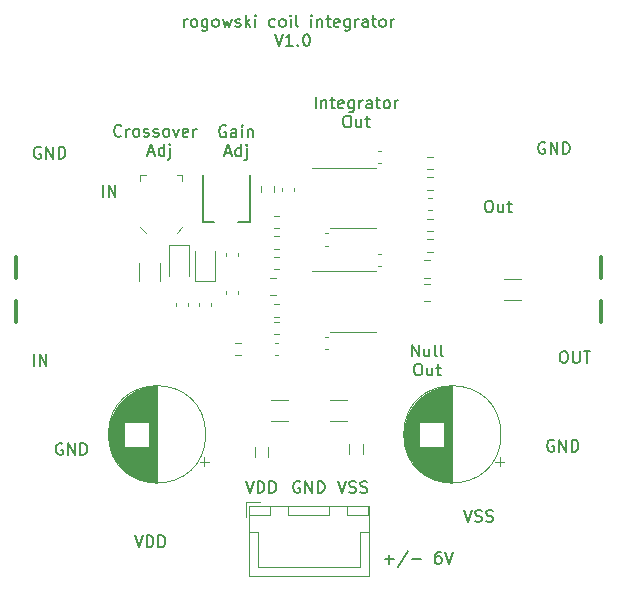
<source format=gbr>
%TF.GenerationSoftware,KiCad,Pcbnew,6.0.7-f9a2dced07~116~ubuntu20.04.1*%
%TF.CreationDate,2022-10-06T22:18:55-07:00*%
%TF.ProjectId,test-amp,74657374-2d61-46d7-902e-6b696361645f,rev?*%
%TF.SameCoordinates,Original*%
%TF.FileFunction,Legend,Top*%
%TF.FilePolarity,Positive*%
%FSLAX46Y46*%
G04 Gerber Fmt 4.6, Leading zero omitted, Abs format (unit mm)*
G04 Created by KiCad (PCBNEW 6.0.7-f9a2dced07~116~ubuntu20.04.1) date 2022-10-06 22:18:55*
%MOMM*%
%LPD*%
G01*
G04 APERTURE LIST*
%ADD10C,0.150000*%
%ADD11C,0.120000*%
%ADD12C,0.300000*%
G04 APERTURE END LIST*
D10*
X159135714Y-86952142D02*
X159088095Y-86999761D01*
X158945238Y-87047380D01*
X158850000Y-87047380D01*
X158707142Y-86999761D01*
X158611904Y-86904523D01*
X158564285Y-86809285D01*
X158516666Y-86618809D01*
X158516666Y-86475952D01*
X158564285Y-86285476D01*
X158611904Y-86190238D01*
X158707142Y-86095000D01*
X158850000Y-86047380D01*
X158945238Y-86047380D01*
X159088095Y-86095000D01*
X159135714Y-86142619D01*
X159564285Y-87047380D02*
X159564285Y-86380714D01*
X159564285Y-86571190D02*
X159611904Y-86475952D01*
X159659523Y-86428333D01*
X159754761Y-86380714D01*
X159850000Y-86380714D01*
X160326190Y-87047380D02*
X160230952Y-86999761D01*
X160183333Y-86952142D01*
X160135714Y-86856904D01*
X160135714Y-86571190D01*
X160183333Y-86475952D01*
X160230952Y-86428333D01*
X160326190Y-86380714D01*
X160469047Y-86380714D01*
X160564285Y-86428333D01*
X160611904Y-86475952D01*
X160659523Y-86571190D01*
X160659523Y-86856904D01*
X160611904Y-86952142D01*
X160564285Y-86999761D01*
X160469047Y-87047380D01*
X160326190Y-87047380D01*
X161040476Y-86999761D02*
X161135714Y-87047380D01*
X161326190Y-87047380D01*
X161421428Y-86999761D01*
X161469047Y-86904523D01*
X161469047Y-86856904D01*
X161421428Y-86761666D01*
X161326190Y-86714047D01*
X161183333Y-86714047D01*
X161088095Y-86666428D01*
X161040476Y-86571190D01*
X161040476Y-86523571D01*
X161088095Y-86428333D01*
X161183333Y-86380714D01*
X161326190Y-86380714D01*
X161421428Y-86428333D01*
X161850000Y-86999761D02*
X161945238Y-87047380D01*
X162135714Y-87047380D01*
X162230952Y-86999761D01*
X162278571Y-86904523D01*
X162278571Y-86856904D01*
X162230952Y-86761666D01*
X162135714Y-86714047D01*
X161992857Y-86714047D01*
X161897619Y-86666428D01*
X161850000Y-86571190D01*
X161850000Y-86523571D01*
X161897619Y-86428333D01*
X161992857Y-86380714D01*
X162135714Y-86380714D01*
X162230952Y-86428333D01*
X162850000Y-87047380D02*
X162754761Y-86999761D01*
X162707142Y-86952142D01*
X162659523Y-86856904D01*
X162659523Y-86571190D01*
X162707142Y-86475952D01*
X162754761Y-86428333D01*
X162850000Y-86380714D01*
X162992857Y-86380714D01*
X163088095Y-86428333D01*
X163135714Y-86475952D01*
X163183333Y-86571190D01*
X163183333Y-86856904D01*
X163135714Y-86952142D01*
X163088095Y-86999761D01*
X162992857Y-87047380D01*
X162850000Y-87047380D01*
X163516666Y-86380714D02*
X163754761Y-87047380D01*
X163992857Y-86380714D01*
X164754761Y-86999761D02*
X164659523Y-87047380D01*
X164469047Y-87047380D01*
X164373809Y-86999761D01*
X164326190Y-86904523D01*
X164326190Y-86523571D01*
X164373809Y-86428333D01*
X164469047Y-86380714D01*
X164659523Y-86380714D01*
X164754761Y-86428333D01*
X164802380Y-86523571D01*
X164802380Y-86618809D01*
X164326190Y-86714047D01*
X165230952Y-87047380D02*
X165230952Y-86380714D01*
X165230952Y-86571190D02*
X165278571Y-86475952D01*
X165326190Y-86428333D01*
X165421428Y-86380714D01*
X165516666Y-86380714D01*
X161421428Y-88371666D02*
X161897619Y-88371666D01*
X161326190Y-88657380D02*
X161659523Y-87657380D01*
X161992857Y-88657380D01*
X162754761Y-88657380D02*
X162754761Y-87657380D01*
X162754761Y-88609761D02*
X162659523Y-88657380D01*
X162469047Y-88657380D01*
X162373809Y-88609761D01*
X162326190Y-88562142D01*
X162278571Y-88466904D01*
X162278571Y-88181190D01*
X162326190Y-88085952D01*
X162373809Y-88038333D01*
X162469047Y-87990714D01*
X162659523Y-87990714D01*
X162754761Y-88038333D01*
X163230952Y-87990714D02*
X163230952Y-88847857D01*
X163183333Y-88943095D01*
X163088095Y-88990714D01*
X163040476Y-88990714D01*
X163230952Y-87657380D02*
X163183333Y-87705000D01*
X163230952Y-87752619D01*
X163278571Y-87705000D01*
X163230952Y-87657380D01*
X163230952Y-87752619D01*
X167969047Y-86145000D02*
X167873809Y-86097380D01*
X167730952Y-86097380D01*
X167588095Y-86145000D01*
X167492857Y-86240238D01*
X167445238Y-86335476D01*
X167397619Y-86525952D01*
X167397619Y-86668809D01*
X167445238Y-86859285D01*
X167492857Y-86954523D01*
X167588095Y-87049761D01*
X167730952Y-87097380D01*
X167826190Y-87097380D01*
X167969047Y-87049761D01*
X168016666Y-87002142D01*
X168016666Y-86668809D01*
X167826190Y-86668809D01*
X168873809Y-87097380D02*
X168873809Y-86573571D01*
X168826190Y-86478333D01*
X168730952Y-86430714D01*
X168540476Y-86430714D01*
X168445238Y-86478333D01*
X168873809Y-87049761D02*
X168778571Y-87097380D01*
X168540476Y-87097380D01*
X168445238Y-87049761D01*
X168397619Y-86954523D01*
X168397619Y-86859285D01*
X168445238Y-86764047D01*
X168540476Y-86716428D01*
X168778571Y-86716428D01*
X168873809Y-86668809D01*
X169350000Y-87097380D02*
X169350000Y-86430714D01*
X169350000Y-86097380D02*
X169302380Y-86145000D01*
X169350000Y-86192619D01*
X169397619Y-86145000D01*
X169350000Y-86097380D01*
X169350000Y-86192619D01*
X169826190Y-86430714D02*
X169826190Y-87097380D01*
X169826190Y-86525952D02*
X169873809Y-86478333D01*
X169969047Y-86430714D01*
X170111904Y-86430714D01*
X170207142Y-86478333D01*
X170254761Y-86573571D01*
X170254761Y-87097380D01*
X167921428Y-88421666D02*
X168397619Y-88421666D01*
X167826190Y-88707380D02*
X168159523Y-87707380D01*
X168492857Y-88707380D01*
X169254761Y-88707380D02*
X169254761Y-87707380D01*
X169254761Y-88659761D02*
X169159523Y-88707380D01*
X168969047Y-88707380D01*
X168873809Y-88659761D01*
X168826190Y-88612142D01*
X168778571Y-88516904D01*
X168778571Y-88231190D01*
X168826190Y-88135952D01*
X168873809Y-88088333D01*
X168969047Y-88040714D01*
X169159523Y-88040714D01*
X169254761Y-88088333D01*
X169730952Y-88040714D02*
X169730952Y-88897857D01*
X169683333Y-88993095D01*
X169588095Y-89040714D01*
X169540476Y-89040714D01*
X169730952Y-87707380D02*
X169683333Y-87755000D01*
X169730952Y-87802619D01*
X169778571Y-87755000D01*
X169730952Y-87707380D01*
X169730952Y-87802619D01*
X164459523Y-77747380D02*
X164459523Y-77080714D01*
X164459523Y-77271190D02*
X164507142Y-77175952D01*
X164554761Y-77128333D01*
X164650000Y-77080714D01*
X164745238Y-77080714D01*
X165221428Y-77747380D02*
X165126190Y-77699761D01*
X165078571Y-77652142D01*
X165030952Y-77556904D01*
X165030952Y-77271190D01*
X165078571Y-77175952D01*
X165126190Y-77128333D01*
X165221428Y-77080714D01*
X165364285Y-77080714D01*
X165459523Y-77128333D01*
X165507142Y-77175952D01*
X165554761Y-77271190D01*
X165554761Y-77556904D01*
X165507142Y-77652142D01*
X165459523Y-77699761D01*
X165364285Y-77747380D01*
X165221428Y-77747380D01*
X166411904Y-77080714D02*
X166411904Y-77890238D01*
X166364285Y-77985476D01*
X166316666Y-78033095D01*
X166221428Y-78080714D01*
X166078571Y-78080714D01*
X165983333Y-78033095D01*
X166411904Y-77699761D02*
X166316666Y-77747380D01*
X166126190Y-77747380D01*
X166030952Y-77699761D01*
X165983333Y-77652142D01*
X165935714Y-77556904D01*
X165935714Y-77271190D01*
X165983333Y-77175952D01*
X166030952Y-77128333D01*
X166126190Y-77080714D01*
X166316666Y-77080714D01*
X166411904Y-77128333D01*
X167030952Y-77747380D02*
X166935714Y-77699761D01*
X166888095Y-77652142D01*
X166840476Y-77556904D01*
X166840476Y-77271190D01*
X166888095Y-77175952D01*
X166935714Y-77128333D01*
X167030952Y-77080714D01*
X167173809Y-77080714D01*
X167269047Y-77128333D01*
X167316666Y-77175952D01*
X167364285Y-77271190D01*
X167364285Y-77556904D01*
X167316666Y-77652142D01*
X167269047Y-77699761D01*
X167173809Y-77747380D01*
X167030952Y-77747380D01*
X167697619Y-77080714D02*
X167888095Y-77747380D01*
X168078571Y-77271190D01*
X168269047Y-77747380D01*
X168459523Y-77080714D01*
X168792857Y-77699761D02*
X168888095Y-77747380D01*
X169078571Y-77747380D01*
X169173809Y-77699761D01*
X169221428Y-77604523D01*
X169221428Y-77556904D01*
X169173809Y-77461666D01*
X169078571Y-77414047D01*
X168935714Y-77414047D01*
X168840476Y-77366428D01*
X168792857Y-77271190D01*
X168792857Y-77223571D01*
X168840476Y-77128333D01*
X168935714Y-77080714D01*
X169078571Y-77080714D01*
X169173809Y-77128333D01*
X169650000Y-77747380D02*
X169650000Y-76747380D01*
X169745238Y-77366428D02*
X170030952Y-77747380D01*
X170030952Y-77080714D02*
X169650000Y-77461666D01*
X170459523Y-77747380D02*
X170459523Y-77080714D01*
X170459523Y-76747380D02*
X170411904Y-76795000D01*
X170459523Y-76842619D01*
X170507142Y-76795000D01*
X170459523Y-76747380D01*
X170459523Y-76842619D01*
X172126190Y-77699761D02*
X172030952Y-77747380D01*
X171840476Y-77747380D01*
X171745238Y-77699761D01*
X171697619Y-77652142D01*
X171650000Y-77556904D01*
X171650000Y-77271190D01*
X171697619Y-77175952D01*
X171745238Y-77128333D01*
X171840476Y-77080714D01*
X172030952Y-77080714D01*
X172126190Y-77128333D01*
X172697619Y-77747380D02*
X172602380Y-77699761D01*
X172554761Y-77652142D01*
X172507142Y-77556904D01*
X172507142Y-77271190D01*
X172554761Y-77175952D01*
X172602380Y-77128333D01*
X172697619Y-77080714D01*
X172840476Y-77080714D01*
X172935714Y-77128333D01*
X172983333Y-77175952D01*
X173030952Y-77271190D01*
X173030952Y-77556904D01*
X172983333Y-77652142D01*
X172935714Y-77699761D01*
X172840476Y-77747380D01*
X172697619Y-77747380D01*
X173459523Y-77747380D02*
X173459523Y-77080714D01*
X173459523Y-76747380D02*
X173411904Y-76795000D01*
X173459523Y-76842619D01*
X173507142Y-76795000D01*
X173459523Y-76747380D01*
X173459523Y-76842619D01*
X174078571Y-77747380D02*
X173983333Y-77699761D01*
X173935714Y-77604523D01*
X173935714Y-76747380D01*
X175221428Y-77747380D02*
X175221428Y-77080714D01*
X175221428Y-76747380D02*
X175173809Y-76795000D01*
X175221428Y-76842619D01*
X175269047Y-76795000D01*
X175221428Y-76747380D01*
X175221428Y-76842619D01*
X175697619Y-77080714D02*
X175697619Y-77747380D01*
X175697619Y-77175952D02*
X175745238Y-77128333D01*
X175840476Y-77080714D01*
X175983333Y-77080714D01*
X176078571Y-77128333D01*
X176126190Y-77223571D01*
X176126190Y-77747380D01*
X176459523Y-77080714D02*
X176840476Y-77080714D01*
X176602380Y-76747380D02*
X176602380Y-77604523D01*
X176650000Y-77699761D01*
X176745238Y-77747380D01*
X176840476Y-77747380D01*
X177554761Y-77699761D02*
X177459523Y-77747380D01*
X177269047Y-77747380D01*
X177173809Y-77699761D01*
X177126190Y-77604523D01*
X177126190Y-77223571D01*
X177173809Y-77128333D01*
X177269047Y-77080714D01*
X177459523Y-77080714D01*
X177554761Y-77128333D01*
X177602380Y-77223571D01*
X177602380Y-77318809D01*
X177126190Y-77414047D01*
X178459523Y-77080714D02*
X178459523Y-77890238D01*
X178411904Y-77985476D01*
X178364285Y-78033095D01*
X178269047Y-78080714D01*
X178126190Y-78080714D01*
X178030952Y-78033095D01*
X178459523Y-77699761D02*
X178364285Y-77747380D01*
X178173809Y-77747380D01*
X178078571Y-77699761D01*
X178030952Y-77652142D01*
X177983333Y-77556904D01*
X177983333Y-77271190D01*
X178030952Y-77175952D01*
X178078571Y-77128333D01*
X178173809Y-77080714D01*
X178364285Y-77080714D01*
X178459523Y-77128333D01*
X178935714Y-77747380D02*
X178935714Y-77080714D01*
X178935714Y-77271190D02*
X178983333Y-77175952D01*
X179030952Y-77128333D01*
X179126190Y-77080714D01*
X179221428Y-77080714D01*
X179983333Y-77747380D02*
X179983333Y-77223571D01*
X179935714Y-77128333D01*
X179840476Y-77080714D01*
X179650000Y-77080714D01*
X179554761Y-77128333D01*
X179983333Y-77699761D02*
X179888095Y-77747380D01*
X179650000Y-77747380D01*
X179554761Y-77699761D01*
X179507142Y-77604523D01*
X179507142Y-77509285D01*
X179554761Y-77414047D01*
X179650000Y-77366428D01*
X179888095Y-77366428D01*
X179983333Y-77318809D01*
X180316666Y-77080714D02*
X180697619Y-77080714D01*
X180459523Y-76747380D02*
X180459523Y-77604523D01*
X180507142Y-77699761D01*
X180602380Y-77747380D01*
X180697619Y-77747380D01*
X181173809Y-77747380D02*
X181078571Y-77699761D01*
X181030952Y-77652142D01*
X180983333Y-77556904D01*
X180983333Y-77271190D01*
X181030952Y-77175952D01*
X181078571Y-77128333D01*
X181173809Y-77080714D01*
X181316666Y-77080714D01*
X181411904Y-77128333D01*
X181459523Y-77175952D01*
X181507142Y-77271190D01*
X181507142Y-77556904D01*
X181459523Y-77652142D01*
X181411904Y-77699761D01*
X181316666Y-77747380D01*
X181173809Y-77747380D01*
X181935714Y-77747380D02*
X181935714Y-77080714D01*
X181935714Y-77271190D02*
X181983333Y-77175952D01*
X182030952Y-77128333D01*
X182126190Y-77080714D01*
X182221428Y-77080714D01*
X172126190Y-78357380D02*
X172459523Y-79357380D01*
X172792857Y-78357380D01*
X173650000Y-79357380D02*
X173078571Y-79357380D01*
X173364285Y-79357380D02*
X173364285Y-78357380D01*
X173269047Y-78500238D01*
X173173809Y-78595476D01*
X173078571Y-78643095D01*
X174078571Y-79262142D02*
X174126190Y-79309761D01*
X174078571Y-79357380D01*
X174030952Y-79309761D01*
X174078571Y-79262142D01*
X174078571Y-79357380D01*
X174745238Y-78357380D02*
X174840476Y-78357380D01*
X174935714Y-78405000D01*
X174983333Y-78452619D01*
X175030952Y-78547857D01*
X175078571Y-78738333D01*
X175078571Y-78976428D01*
X175030952Y-79166904D01*
X174983333Y-79262142D01*
X174935714Y-79309761D01*
X174840476Y-79357380D01*
X174745238Y-79357380D01*
X174650000Y-79309761D01*
X174602380Y-79262142D01*
X174554761Y-79166904D01*
X174507142Y-78976428D01*
X174507142Y-78738333D01*
X174554761Y-78547857D01*
X174602380Y-78452619D01*
X174650000Y-78405000D01*
X174745238Y-78357380D01*
X157576190Y-92152380D02*
X157576190Y-91152380D01*
X158052380Y-92152380D02*
X158052380Y-91152380D01*
X158623809Y-92152380D01*
X158623809Y-91152380D01*
X183738095Y-105647380D02*
X183738095Y-104647380D01*
X184309523Y-105647380D01*
X184309523Y-104647380D01*
X185214285Y-104980714D02*
X185214285Y-105647380D01*
X184785714Y-104980714D02*
X184785714Y-105504523D01*
X184833333Y-105599761D01*
X184928571Y-105647380D01*
X185071428Y-105647380D01*
X185166666Y-105599761D01*
X185214285Y-105552142D01*
X185833333Y-105647380D02*
X185738095Y-105599761D01*
X185690476Y-105504523D01*
X185690476Y-104647380D01*
X186357142Y-105647380D02*
X186261904Y-105599761D01*
X186214285Y-105504523D01*
X186214285Y-104647380D01*
X184166666Y-106257380D02*
X184357142Y-106257380D01*
X184452380Y-106305000D01*
X184547619Y-106400238D01*
X184595238Y-106590714D01*
X184595238Y-106924047D01*
X184547619Y-107114523D01*
X184452380Y-107209761D01*
X184357142Y-107257380D01*
X184166666Y-107257380D01*
X184071428Y-107209761D01*
X183976190Y-107114523D01*
X183928571Y-106924047D01*
X183928571Y-106590714D01*
X183976190Y-106400238D01*
X184071428Y-106305000D01*
X184166666Y-106257380D01*
X185452380Y-106590714D02*
X185452380Y-107257380D01*
X185023809Y-106590714D02*
X185023809Y-107114523D01*
X185071428Y-107209761D01*
X185166666Y-107257380D01*
X185309523Y-107257380D01*
X185404761Y-107209761D01*
X185452380Y-107162142D01*
X185785714Y-106590714D02*
X186166666Y-106590714D01*
X185928571Y-106257380D02*
X185928571Y-107114523D01*
X185976190Y-107209761D01*
X186071428Y-107257380D01*
X186166666Y-107257380D01*
X190166666Y-92452380D02*
X190357142Y-92452380D01*
X190452380Y-92500000D01*
X190547619Y-92595238D01*
X190595238Y-92785714D01*
X190595238Y-93119047D01*
X190547619Y-93309523D01*
X190452380Y-93404761D01*
X190357142Y-93452380D01*
X190166666Y-93452380D01*
X190071428Y-93404761D01*
X189976190Y-93309523D01*
X189928571Y-93119047D01*
X189928571Y-92785714D01*
X189976190Y-92595238D01*
X190071428Y-92500000D01*
X190166666Y-92452380D01*
X191452380Y-92785714D02*
X191452380Y-93452380D01*
X191023809Y-92785714D02*
X191023809Y-93309523D01*
X191071428Y-93404761D01*
X191166666Y-93452380D01*
X191309523Y-93452380D01*
X191404761Y-93404761D01*
X191452380Y-93357142D01*
X191785714Y-92785714D02*
X192166666Y-92785714D01*
X191928571Y-92452380D02*
X191928571Y-93309523D01*
X191976190Y-93404761D01*
X192071428Y-93452380D01*
X192166666Y-93452380D01*
X175571428Y-84647380D02*
X175571428Y-83647380D01*
X176047619Y-83980714D02*
X176047619Y-84647380D01*
X176047619Y-84075952D02*
X176095238Y-84028333D01*
X176190476Y-83980714D01*
X176333333Y-83980714D01*
X176428571Y-84028333D01*
X176476190Y-84123571D01*
X176476190Y-84647380D01*
X176809523Y-83980714D02*
X177190476Y-83980714D01*
X176952380Y-83647380D02*
X176952380Y-84504523D01*
X177000000Y-84599761D01*
X177095238Y-84647380D01*
X177190476Y-84647380D01*
X177904761Y-84599761D02*
X177809523Y-84647380D01*
X177619047Y-84647380D01*
X177523809Y-84599761D01*
X177476190Y-84504523D01*
X177476190Y-84123571D01*
X177523809Y-84028333D01*
X177619047Y-83980714D01*
X177809523Y-83980714D01*
X177904761Y-84028333D01*
X177952380Y-84123571D01*
X177952380Y-84218809D01*
X177476190Y-84314047D01*
X178809523Y-83980714D02*
X178809523Y-84790238D01*
X178761904Y-84885476D01*
X178714285Y-84933095D01*
X178619047Y-84980714D01*
X178476190Y-84980714D01*
X178380952Y-84933095D01*
X178809523Y-84599761D02*
X178714285Y-84647380D01*
X178523809Y-84647380D01*
X178428571Y-84599761D01*
X178380952Y-84552142D01*
X178333333Y-84456904D01*
X178333333Y-84171190D01*
X178380952Y-84075952D01*
X178428571Y-84028333D01*
X178523809Y-83980714D01*
X178714285Y-83980714D01*
X178809523Y-84028333D01*
X179285714Y-84647380D02*
X179285714Y-83980714D01*
X179285714Y-84171190D02*
X179333333Y-84075952D01*
X179380952Y-84028333D01*
X179476190Y-83980714D01*
X179571428Y-83980714D01*
X180333333Y-84647380D02*
X180333333Y-84123571D01*
X180285714Y-84028333D01*
X180190476Y-83980714D01*
X180000000Y-83980714D01*
X179904761Y-84028333D01*
X180333333Y-84599761D02*
X180238095Y-84647380D01*
X180000000Y-84647380D01*
X179904761Y-84599761D01*
X179857142Y-84504523D01*
X179857142Y-84409285D01*
X179904761Y-84314047D01*
X180000000Y-84266428D01*
X180238095Y-84266428D01*
X180333333Y-84218809D01*
X180666666Y-83980714D02*
X181047619Y-83980714D01*
X180809523Y-83647380D02*
X180809523Y-84504523D01*
X180857142Y-84599761D01*
X180952380Y-84647380D01*
X181047619Y-84647380D01*
X181523809Y-84647380D02*
X181428571Y-84599761D01*
X181380952Y-84552142D01*
X181333333Y-84456904D01*
X181333333Y-84171190D01*
X181380952Y-84075952D01*
X181428571Y-84028333D01*
X181523809Y-83980714D01*
X181666666Y-83980714D01*
X181761904Y-84028333D01*
X181809523Y-84075952D01*
X181857142Y-84171190D01*
X181857142Y-84456904D01*
X181809523Y-84552142D01*
X181761904Y-84599761D01*
X181666666Y-84647380D01*
X181523809Y-84647380D01*
X182285714Y-84647380D02*
X182285714Y-83980714D01*
X182285714Y-84171190D02*
X182333333Y-84075952D01*
X182380952Y-84028333D01*
X182476190Y-83980714D01*
X182571428Y-83980714D01*
X178166666Y-85257380D02*
X178357142Y-85257380D01*
X178452380Y-85305000D01*
X178547619Y-85400238D01*
X178595238Y-85590714D01*
X178595238Y-85924047D01*
X178547619Y-86114523D01*
X178452380Y-86209761D01*
X178357142Y-86257380D01*
X178166666Y-86257380D01*
X178071428Y-86209761D01*
X177976190Y-86114523D01*
X177928571Y-85924047D01*
X177928571Y-85590714D01*
X177976190Y-85400238D01*
X178071428Y-85305000D01*
X178166666Y-85257380D01*
X179452380Y-85590714D02*
X179452380Y-86257380D01*
X179023809Y-85590714D02*
X179023809Y-86114523D01*
X179071428Y-86209761D01*
X179166666Y-86257380D01*
X179309523Y-86257380D01*
X179404761Y-86209761D01*
X179452380Y-86162142D01*
X179785714Y-85590714D02*
X180166666Y-85590714D01*
X179928571Y-85257380D02*
X179928571Y-86114523D01*
X179976190Y-86209761D01*
X180071428Y-86257380D01*
X180166666Y-86257380D01*
X160266666Y-120802380D02*
X160600000Y-121802380D01*
X160933333Y-120802380D01*
X161266666Y-121802380D02*
X161266666Y-120802380D01*
X161504761Y-120802380D01*
X161647619Y-120850000D01*
X161742857Y-120945238D01*
X161790476Y-121040476D01*
X161838095Y-121230952D01*
X161838095Y-121373809D01*
X161790476Y-121564285D01*
X161742857Y-121659523D01*
X161647619Y-121754761D01*
X161504761Y-121802380D01*
X161266666Y-121802380D01*
X162266666Y-121802380D02*
X162266666Y-120802380D01*
X162504761Y-120802380D01*
X162647619Y-120850000D01*
X162742857Y-120945238D01*
X162790476Y-121040476D01*
X162838095Y-121230952D01*
X162838095Y-121373809D01*
X162790476Y-121564285D01*
X162742857Y-121659523D01*
X162647619Y-121754761D01*
X162504761Y-121802380D01*
X162266666Y-121802380D01*
X188114285Y-118652380D02*
X188447619Y-119652380D01*
X188780952Y-118652380D01*
X189066666Y-119604761D02*
X189209523Y-119652380D01*
X189447619Y-119652380D01*
X189542857Y-119604761D01*
X189590476Y-119557142D01*
X189638095Y-119461904D01*
X189638095Y-119366666D01*
X189590476Y-119271428D01*
X189542857Y-119223809D01*
X189447619Y-119176190D01*
X189257142Y-119128571D01*
X189161904Y-119080952D01*
X189114285Y-119033333D01*
X189066666Y-118938095D01*
X189066666Y-118842857D01*
X189114285Y-118747619D01*
X189161904Y-118700000D01*
X189257142Y-118652380D01*
X189495238Y-118652380D01*
X189638095Y-118700000D01*
X190019047Y-119604761D02*
X190161904Y-119652380D01*
X190400000Y-119652380D01*
X190495238Y-119604761D01*
X190542857Y-119557142D01*
X190590476Y-119461904D01*
X190590476Y-119366666D01*
X190542857Y-119271428D01*
X190495238Y-119223809D01*
X190400000Y-119176190D01*
X190209523Y-119128571D01*
X190114285Y-119080952D01*
X190066666Y-119033333D01*
X190019047Y-118938095D01*
X190019047Y-118842857D01*
X190066666Y-118747619D01*
X190114285Y-118700000D01*
X190209523Y-118652380D01*
X190447619Y-118652380D01*
X190590476Y-118700000D01*
X195738095Y-112750000D02*
X195642857Y-112702380D01*
X195500000Y-112702380D01*
X195357142Y-112750000D01*
X195261904Y-112845238D01*
X195214285Y-112940476D01*
X195166666Y-113130952D01*
X195166666Y-113273809D01*
X195214285Y-113464285D01*
X195261904Y-113559523D01*
X195357142Y-113654761D01*
X195500000Y-113702380D01*
X195595238Y-113702380D01*
X195738095Y-113654761D01*
X195785714Y-113607142D01*
X195785714Y-113273809D01*
X195595238Y-113273809D01*
X196214285Y-113702380D02*
X196214285Y-112702380D01*
X196785714Y-113702380D01*
X196785714Y-112702380D01*
X197261904Y-113702380D02*
X197261904Y-112702380D01*
X197500000Y-112702380D01*
X197642857Y-112750000D01*
X197738095Y-112845238D01*
X197785714Y-112940476D01*
X197833333Y-113130952D01*
X197833333Y-113273809D01*
X197785714Y-113464285D01*
X197738095Y-113559523D01*
X197642857Y-113654761D01*
X197500000Y-113702380D01*
X197261904Y-113702380D01*
X154138095Y-113050000D02*
X154042857Y-113002380D01*
X153900000Y-113002380D01*
X153757142Y-113050000D01*
X153661904Y-113145238D01*
X153614285Y-113240476D01*
X153566666Y-113430952D01*
X153566666Y-113573809D01*
X153614285Y-113764285D01*
X153661904Y-113859523D01*
X153757142Y-113954761D01*
X153900000Y-114002380D01*
X153995238Y-114002380D01*
X154138095Y-113954761D01*
X154185714Y-113907142D01*
X154185714Y-113573809D01*
X153995238Y-113573809D01*
X154614285Y-114002380D02*
X154614285Y-113002380D01*
X155185714Y-114002380D01*
X155185714Y-113002380D01*
X155661904Y-114002380D02*
X155661904Y-113002380D01*
X155900000Y-113002380D01*
X156042857Y-113050000D01*
X156138095Y-113145238D01*
X156185714Y-113240476D01*
X156233333Y-113430952D01*
X156233333Y-113573809D01*
X156185714Y-113764285D01*
X156138095Y-113859523D01*
X156042857Y-113954761D01*
X155900000Y-114002380D01*
X155661904Y-114002380D01*
X152288095Y-87950000D02*
X152192857Y-87902380D01*
X152050000Y-87902380D01*
X151907142Y-87950000D01*
X151811904Y-88045238D01*
X151764285Y-88140476D01*
X151716666Y-88330952D01*
X151716666Y-88473809D01*
X151764285Y-88664285D01*
X151811904Y-88759523D01*
X151907142Y-88854761D01*
X152050000Y-88902380D01*
X152145238Y-88902380D01*
X152288095Y-88854761D01*
X152335714Y-88807142D01*
X152335714Y-88473809D01*
X152145238Y-88473809D01*
X152764285Y-88902380D02*
X152764285Y-87902380D01*
X153335714Y-88902380D01*
X153335714Y-87902380D01*
X153811904Y-88902380D02*
X153811904Y-87902380D01*
X154050000Y-87902380D01*
X154192857Y-87950000D01*
X154288095Y-88045238D01*
X154335714Y-88140476D01*
X154383333Y-88330952D01*
X154383333Y-88473809D01*
X154335714Y-88664285D01*
X154288095Y-88759523D01*
X154192857Y-88854761D01*
X154050000Y-88902380D01*
X153811904Y-88902380D01*
X194988095Y-87550000D02*
X194892857Y-87502380D01*
X194750000Y-87502380D01*
X194607142Y-87550000D01*
X194511904Y-87645238D01*
X194464285Y-87740476D01*
X194416666Y-87930952D01*
X194416666Y-88073809D01*
X194464285Y-88264285D01*
X194511904Y-88359523D01*
X194607142Y-88454761D01*
X194750000Y-88502380D01*
X194845238Y-88502380D01*
X194988095Y-88454761D01*
X195035714Y-88407142D01*
X195035714Y-88073809D01*
X194845238Y-88073809D01*
X195464285Y-88502380D02*
X195464285Y-87502380D01*
X196035714Y-88502380D01*
X196035714Y-87502380D01*
X196511904Y-88502380D02*
X196511904Y-87502380D01*
X196750000Y-87502380D01*
X196892857Y-87550000D01*
X196988095Y-87645238D01*
X197035714Y-87740476D01*
X197083333Y-87930952D01*
X197083333Y-88073809D01*
X197035714Y-88264285D01*
X196988095Y-88359523D01*
X196892857Y-88454761D01*
X196750000Y-88502380D01*
X196511904Y-88502380D01*
X196500000Y-105202380D02*
X196690476Y-105202380D01*
X196785714Y-105250000D01*
X196880952Y-105345238D01*
X196928571Y-105535714D01*
X196928571Y-105869047D01*
X196880952Y-106059523D01*
X196785714Y-106154761D01*
X196690476Y-106202380D01*
X196500000Y-106202380D01*
X196404761Y-106154761D01*
X196309523Y-106059523D01*
X196261904Y-105869047D01*
X196261904Y-105535714D01*
X196309523Y-105345238D01*
X196404761Y-105250000D01*
X196500000Y-105202380D01*
X197357142Y-105202380D02*
X197357142Y-106011904D01*
X197404761Y-106107142D01*
X197452380Y-106154761D01*
X197547619Y-106202380D01*
X197738095Y-106202380D01*
X197833333Y-106154761D01*
X197880952Y-106107142D01*
X197928571Y-106011904D01*
X197928571Y-105202380D01*
X198261904Y-105202380D02*
X198833333Y-105202380D01*
X198547619Y-106202380D02*
X198547619Y-105202380D01*
X151726190Y-106452380D02*
X151726190Y-105452380D01*
X152202380Y-106452380D02*
X152202380Y-105452380D01*
X152773809Y-106452380D01*
X152773809Y-105452380D01*
X181440476Y-122821428D02*
X182202380Y-122821428D01*
X181821428Y-123202380D02*
X181821428Y-122440476D01*
X183392857Y-122154761D02*
X182535714Y-123440476D01*
X183726190Y-122821428D02*
X184488095Y-122821428D01*
X186154761Y-122202380D02*
X185964285Y-122202380D01*
X185869047Y-122250000D01*
X185821428Y-122297619D01*
X185726190Y-122440476D01*
X185678571Y-122630952D01*
X185678571Y-123011904D01*
X185726190Y-123107142D01*
X185773809Y-123154761D01*
X185869047Y-123202380D01*
X186059523Y-123202380D01*
X186154761Y-123154761D01*
X186202380Y-123107142D01*
X186250000Y-123011904D01*
X186250000Y-122773809D01*
X186202380Y-122678571D01*
X186154761Y-122630952D01*
X186059523Y-122583333D01*
X185869047Y-122583333D01*
X185773809Y-122630952D01*
X185726190Y-122678571D01*
X185678571Y-122773809D01*
X186535714Y-122202380D02*
X186869047Y-123202380D01*
X187202380Y-122202380D01*
X177464285Y-116202380D02*
X177797619Y-117202380D01*
X178130952Y-116202380D01*
X178416666Y-117154761D02*
X178559523Y-117202380D01*
X178797619Y-117202380D01*
X178892857Y-117154761D01*
X178940476Y-117107142D01*
X178988095Y-117011904D01*
X178988095Y-116916666D01*
X178940476Y-116821428D01*
X178892857Y-116773809D01*
X178797619Y-116726190D01*
X178607142Y-116678571D01*
X178511904Y-116630952D01*
X178464285Y-116583333D01*
X178416666Y-116488095D01*
X178416666Y-116392857D01*
X178464285Y-116297619D01*
X178511904Y-116250000D01*
X178607142Y-116202380D01*
X178845238Y-116202380D01*
X178988095Y-116250000D01*
X179369047Y-117154761D02*
X179511904Y-117202380D01*
X179750000Y-117202380D01*
X179845238Y-117154761D01*
X179892857Y-117107142D01*
X179940476Y-117011904D01*
X179940476Y-116916666D01*
X179892857Y-116821428D01*
X179845238Y-116773809D01*
X179750000Y-116726190D01*
X179559523Y-116678571D01*
X179464285Y-116630952D01*
X179416666Y-116583333D01*
X179369047Y-116488095D01*
X179369047Y-116392857D01*
X179416666Y-116297619D01*
X179464285Y-116250000D01*
X179559523Y-116202380D01*
X179797619Y-116202380D01*
X179940476Y-116250000D01*
X174238095Y-116250000D02*
X174142857Y-116202380D01*
X174000000Y-116202380D01*
X173857142Y-116250000D01*
X173761904Y-116345238D01*
X173714285Y-116440476D01*
X173666666Y-116630952D01*
X173666666Y-116773809D01*
X173714285Y-116964285D01*
X173761904Y-117059523D01*
X173857142Y-117154761D01*
X174000000Y-117202380D01*
X174095238Y-117202380D01*
X174238095Y-117154761D01*
X174285714Y-117107142D01*
X174285714Y-116773809D01*
X174095238Y-116773809D01*
X174714285Y-117202380D02*
X174714285Y-116202380D01*
X175285714Y-117202380D01*
X175285714Y-116202380D01*
X175761904Y-117202380D02*
X175761904Y-116202380D01*
X176000000Y-116202380D01*
X176142857Y-116250000D01*
X176238095Y-116345238D01*
X176285714Y-116440476D01*
X176333333Y-116630952D01*
X176333333Y-116773809D01*
X176285714Y-116964285D01*
X176238095Y-117059523D01*
X176142857Y-117154761D01*
X176000000Y-117202380D01*
X175761904Y-117202380D01*
X169666666Y-116202380D02*
X170000000Y-117202380D01*
X170333333Y-116202380D01*
X170666666Y-117202380D02*
X170666666Y-116202380D01*
X170904761Y-116202380D01*
X171047619Y-116250000D01*
X171142857Y-116345238D01*
X171190476Y-116440476D01*
X171238095Y-116630952D01*
X171238095Y-116773809D01*
X171190476Y-116964285D01*
X171142857Y-117059523D01*
X171047619Y-117154761D01*
X170904761Y-117202380D01*
X170666666Y-117202380D01*
X171666666Y-117202380D02*
X171666666Y-116202380D01*
X171904761Y-116202380D01*
X172047619Y-116250000D01*
X172142857Y-116345238D01*
X172190476Y-116440476D01*
X172238095Y-116630952D01*
X172238095Y-116773809D01*
X172190476Y-116964285D01*
X172142857Y-117059523D01*
X172047619Y-117154761D01*
X171904761Y-117202380D01*
X171666666Y-117202380D01*
D11*
%TO.C,U2*%
X178750000Y-94810000D02*
X176800000Y-94810000D01*
X178750000Y-89690000D02*
X175300000Y-89690000D01*
X178750000Y-94810000D02*
X180700000Y-94810000D01*
X178750000Y-89690000D02*
X180700000Y-89690000D01*
%TO.C,U1*%
X178750000Y-103560000D02*
X176800000Y-103560000D01*
X178750000Y-98440000D02*
X175300000Y-98440000D01*
X178750000Y-103560000D02*
X180700000Y-103560000D01*
X178750000Y-98440000D02*
X180700000Y-98440000D01*
D10*
%TO.C,RV1*%
X170000000Y-94250000D02*
X170000000Y-90250000D01*
X169000000Y-94250000D02*
X170000000Y-94250000D01*
X166000000Y-94250000D02*
X166000000Y-90250000D01*
X167000000Y-94250000D02*
X166000000Y-94250000D01*
D11*
%TO.C,R13*%
X192977064Y-99090000D02*
X191522936Y-99090000D01*
X192977064Y-100910000D02*
X191522936Y-100910000D01*
%TO.C,R12*%
X185487258Y-89772500D02*
X185012742Y-89772500D01*
X185487258Y-88727500D02*
X185012742Y-88727500D01*
%TO.C,R11*%
X185012742Y-90477500D02*
X185487258Y-90477500D01*
X185012742Y-91522500D02*
X185487258Y-91522500D01*
%TO.C,R10*%
X185487258Y-95022500D02*
X185012742Y-95022500D01*
X185487258Y-93977500D02*
X185012742Y-93977500D01*
%TO.C,R9*%
X185012742Y-95727500D02*
X185487258Y-95727500D01*
X185012742Y-96772500D02*
X185487258Y-96772500D01*
%TO.C,R8*%
X168762742Y-104477500D02*
X169237258Y-104477500D01*
X168762742Y-105522500D02*
X169237258Y-105522500D01*
%TO.C,R7*%
X172487258Y-103772500D02*
X172012742Y-103772500D01*
X172487258Y-102727500D02*
X172012742Y-102727500D01*
%TO.C,R6*%
X172487258Y-102272500D02*
X172012742Y-102272500D01*
X172487258Y-101227500D02*
X172012742Y-101227500D01*
%TO.C,R5*%
X172022500Y-91262742D02*
X172022500Y-91737258D01*
X170977500Y-91262742D02*
X170977500Y-91737258D01*
%TO.C,R4*%
X172487258Y-98272500D02*
X172012742Y-98272500D01*
X172487258Y-97227500D02*
X172012742Y-97227500D01*
%TO.C,R3*%
X172012742Y-95477500D02*
X172487258Y-95477500D01*
X172012742Y-96522500D02*
X172487258Y-96522500D01*
%TO.C,R2*%
X172012742Y-93727500D02*
X172487258Y-93727500D01*
X172012742Y-94772500D02*
X172487258Y-94772500D01*
%TO.C,R1*%
X160590000Y-99227064D02*
X160590000Y-97772936D01*
X162410000Y-99227064D02*
X162410000Y-97772936D01*
D12*
%TO.C,J7*%
X199750000Y-99000000D02*
X199750000Y-97250000D01*
X199750000Y-102750000D02*
X199750000Y-101000000D01*
D11*
%TO.C,J2*%
X179300000Y-123500000D02*
X175000000Y-123500000D01*
X180050000Y-118300000D02*
X178250000Y-118300000D01*
X171750000Y-118300000D02*
X169950000Y-118300000D01*
X178250000Y-118300000D02*
X178250000Y-119050000D01*
X180050000Y-120550000D02*
X179300000Y-120550000D01*
X179300000Y-120550000D02*
X179300000Y-123500000D01*
X176750000Y-118300000D02*
X173250000Y-118300000D01*
X180050000Y-119050000D02*
X180050000Y-118300000D01*
X170900000Y-118000000D02*
X169650000Y-118000000D01*
X180060000Y-118290000D02*
X169940000Y-118290000D01*
X169950000Y-118300000D02*
X169950000Y-119050000D01*
X170700000Y-123500000D02*
X175000000Y-123500000D01*
X176750000Y-119050000D02*
X176750000Y-118300000D01*
X169940000Y-118290000D02*
X169940000Y-124260000D01*
X169950000Y-120550000D02*
X170700000Y-120550000D01*
X170700000Y-120550000D02*
X170700000Y-123500000D01*
X178250000Y-119050000D02*
X180050000Y-119050000D01*
X171750000Y-119050000D02*
X171750000Y-118300000D01*
X173250000Y-118300000D02*
X173250000Y-119050000D01*
X180060000Y-124260000D02*
X180060000Y-118290000D01*
X169950000Y-119050000D02*
X171750000Y-119050000D01*
X173250000Y-119050000D02*
X176750000Y-119050000D01*
X169940000Y-124260000D02*
X180060000Y-124260000D01*
X169650000Y-118000000D02*
X169650000Y-119250000D01*
D12*
%TO.C,J1*%
X150250000Y-101000000D02*
X150250000Y-102750000D01*
X150250000Y-97250000D02*
X150250000Y-99000000D01*
D11*
%TO.C,FB2*%
X178440000Y-113899622D02*
X178440000Y-113100378D01*
X179560000Y-113899622D02*
X179560000Y-113100378D01*
%TO.C,FB1*%
X171560000Y-113350378D02*
X171560000Y-114149622D01*
X170440000Y-113350378D02*
X170440000Y-114149622D01*
%TO.C,D2*%
X164850000Y-96250000D02*
X163150000Y-96250000D01*
X164850000Y-96250000D02*
X164850000Y-98800000D01*
X163150000Y-96250000D02*
X163150000Y-98800000D01*
%TO.C,D1*%
X167100000Y-99250000D02*
X167100000Y-96700000D01*
X165400000Y-99250000D02*
X165400000Y-96700000D01*
X165400000Y-99250000D02*
X167100000Y-99250000D01*
%TO.C,C19*%
X185109420Y-92240000D02*
X185390580Y-92240000D01*
X185109420Y-93260000D02*
X185390580Y-93260000D01*
%TO.C,C18*%
X184738748Y-99515000D02*
X185261252Y-99515000D01*
X184738748Y-100985000D02*
X185261252Y-100985000D01*
%TO.C,C17*%
X184738748Y-97515000D02*
X185261252Y-97515000D01*
X184738748Y-98985000D02*
X185261252Y-98985000D01*
%TO.C,C16*%
X172109420Y-104490000D02*
X172390580Y-104490000D01*
X172109420Y-105510000D02*
X172390580Y-105510000D01*
%TO.C,C15*%
X171738748Y-99015000D02*
X172261252Y-99015000D01*
X171738748Y-100485000D02*
X172261252Y-100485000D01*
%TO.C,C14*%
X172740000Y-91640580D02*
X172740000Y-91359420D01*
X173760000Y-91640580D02*
X173760000Y-91359420D01*
%TO.C,C13*%
X176640580Y-96260000D02*
X176359420Y-96260000D01*
X176640580Y-95240000D02*
X176359420Y-95240000D01*
%TO.C,C12*%
X181140580Y-89260000D02*
X180859420Y-89260000D01*
X181140580Y-88240000D02*
X180859420Y-88240000D01*
%TO.C,C11*%
X161200000Y-95200000D02*
X160700000Y-94700000D01*
X160700000Y-90300000D02*
X161200000Y-90300000D01*
X160700000Y-90300000D02*
X160700000Y-90800000D01*
X164300000Y-90300000D02*
X163800000Y-90300000D01*
X164300000Y-90300000D02*
X164300000Y-90800000D01*
X163800000Y-95200000D02*
X164300000Y-94700000D01*
%TO.C,C10*%
X167990000Y-97140580D02*
X167990000Y-96859420D01*
X169010000Y-97140580D02*
X169010000Y-96859420D01*
%TO.C,C9*%
X169010000Y-100109420D02*
X169010000Y-100390580D01*
X167990000Y-100109420D02*
X167990000Y-100390580D01*
%TO.C,C8*%
X163740000Y-101390580D02*
X163740000Y-101109420D01*
X164760000Y-101390580D02*
X164760000Y-101109420D01*
%TO.C,C7*%
X166760000Y-101109420D02*
X166760000Y-101390580D01*
X165740000Y-101109420D02*
X165740000Y-101390580D01*
%TO.C,C6*%
X176640580Y-105010000D02*
X176359420Y-105010000D01*
X176640580Y-103990000D02*
X176359420Y-103990000D01*
%TO.C,C5*%
X181140580Y-98010000D02*
X180859420Y-98010000D01*
X181140580Y-96990000D02*
X180859420Y-96990000D01*
%TO.C,C4*%
X176788748Y-109340000D02*
X178211252Y-109340000D01*
X176788748Y-111160000D02*
X178211252Y-111160000D01*
%TO.C,C3*%
X171788748Y-109340000D02*
X173211252Y-109340000D01*
X171788748Y-111160000D02*
X173211252Y-111160000D01*
%TO.C,C2*%
X184311651Y-115195000D02*
X184311651Y-109305000D01*
X186592651Y-116292000D02*
X186592651Y-108208000D01*
X186311651Y-111210000D02*
X186311651Y-108256000D01*
X186952651Y-116326000D02*
X186952651Y-108174000D01*
X186752651Y-116311000D02*
X186752651Y-108189000D01*
X185871651Y-111210000D02*
X185871651Y-108373000D01*
X183751651Y-114537000D02*
X183751651Y-109963000D01*
X185791651Y-116100000D02*
X185791651Y-113290000D01*
X186111651Y-116197000D02*
X186111651Y-113290000D01*
X183391651Y-113895000D02*
X183391651Y-110605000D01*
X183911651Y-114755000D02*
X183911651Y-109745000D01*
X186992651Y-116327000D02*
X186992651Y-108173000D01*
X185111651Y-111210000D02*
X185111651Y-108710000D01*
X186191651Y-111210000D02*
X186191651Y-108283000D01*
X185591651Y-111210000D02*
X185591651Y-108476000D01*
X184271651Y-115157000D02*
X184271651Y-109343000D01*
X185391651Y-115936000D02*
X185391651Y-113290000D01*
X185511651Y-115990000D02*
X185511651Y-113290000D01*
X184071651Y-114947000D02*
X184071651Y-109553000D01*
X186351651Y-116252000D02*
X186351651Y-113290000D01*
X186391651Y-111210000D02*
X186391651Y-108240000D01*
X184871651Y-115642000D02*
X184871651Y-113290000D01*
X185631651Y-116040000D02*
X185631651Y-113290000D01*
X185951651Y-111210000D02*
X185951651Y-108348000D01*
X185911651Y-116139000D02*
X185911651Y-113290000D01*
X186191651Y-116217000D02*
X186191651Y-113290000D01*
X185031651Y-111210000D02*
X185031651Y-108757000D01*
X183951651Y-114806000D02*
X183951651Y-109694000D01*
X183471651Y-114063000D02*
X183471651Y-110437000D01*
X186391651Y-116260000D02*
X186391651Y-113290000D01*
X186512651Y-116280000D02*
X186512651Y-108220000D01*
X187112651Y-116330000D02*
X187112651Y-108170000D01*
X184991651Y-115719000D02*
X184991651Y-113290000D01*
X186071651Y-116186000D02*
X186071651Y-113290000D01*
X185831651Y-111210000D02*
X185831651Y-108387000D01*
X184191651Y-115076000D02*
X184191651Y-109424000D01*
X183671651Y-114416000D02*
X183671651Y-110084000D01*
X184511651Y-115374000D02*
X184511651Y-113290000D01*
X184631651Y-111210000D02*
X184631651Y-109030000D01*
X186792651Y-116315000D02*
X186792651Y-108185000D01*
X183231651Y-113479000D02*
X183231651Y-111021000D01*
X185191651Y-111210000D02*
X185191651Y-108666000D01*
X186231651Y-116226000D02*
X186231651Y-113290000D01*
X191162349Y-114965000D02*
X191162349Y-114165000D01*
X186031651Y-116175000D02*
X186031651Y-113290000D01*
X186351651Y-111210000D02*
X186351651Y-108248000D01*
X186151651Y-116207000D02*
X186151651Y-113290000D01*
X185471651Y-111210000D02*
X185471651Y-108528000D01*
X184911651Y-111210000D02*
X184911651Y-108832000D01*
X186872651Y-116321000D02*
X186872651Y-108179000D01*
X185751651Y-116085000D02*
X185751651Y-113290000D01*
X185231651Y-115856000D02*
X185231651Y-113290000D01*
X185351651Y-111210000D02*
X185351651Y-108584000D01*
X184591651Y-111210000D02*
X184591651Y-109061000D01*
X185991651Y-111210000D02*
X185991651Y-108336000D01*
X186311651Y-116244000D02*
X186311651Y-113290000D01*
X185231651Y-111210000D02*
X185231651Y-108644000D01*
X184031651Y-114901000D02*
X184031651Y-109599000D01*
X185511651Y-111210000D02*
X185511651Y-108510000D01*
X185911651Y-111210000D02*
X185911651Y-108361000D01*
X184831651Y-111210000D02*
X184831651Y-108885000D01*
X186431651Y-111210000D02*
X186431651Y-108233000D01*
X185151651Y-111210000D02*
X185151651Y-108688000D01*
X184551651Y-111210000D02*
X184551651Y-109094000D01*
X184431651Y-111210000D02*
X184431651Y-109195000D01*
X184111651Y-114991000D02*
X184111651Y-109509000D01*
X185071651Y-115767000D02*
X185071651Y-113290000D01*
X185751651Y-111210000D02*
X185751651Y-108415000D01*
X185111651Y-115790000D02*
X185111651Y-113290000D01*
X184511651Y-111210000D02*
X184511651Y-109126000D01*
X184391651Y-115269000D02*
X184391651Y-113290000D01*
X186632651Y-116298000D02*
X186632651Y-108202000D01*
X185431651Y-111210000D02*
X185431651Y-108546000D01*
X185631651Y-111210000D02*
X185631651Y-108460000D01*
X184791651Y-115588000D02*
X184791651Y-113290000D01*
X186472651Y-116274000D02*
X186472651Y-108226000D01*
X186271651Y-111210000D02*
X186271651Y-108265000D01*
X184471651Y-115340000D02*
X184471651Y-113290000D01*
X183551651Y-114214000D02*
X183551651Y-110286000D01*
X183631651Y-114352000D02*
X183631651Y-110148000D01*
X183071651Y-112783000D02*
X183071651Y-111717000D01*
X183831651Y-114650000D02*
X183831651Y-109850000D01*
X184871651Y-111210000D02*
X184871651Y-108858000D01*
X184711651Y-115530000D02*
X184711651Y-113290000D01*
X185831651Y-116113000D02*
X185831651Y-113290000D01*
X183591651Y-114284000D02*
X183591651Y-110216000D01*
X185071651Y-111210000D02*
X185071651Y-108733000D01*
X185151651Y-115812000D02*
X185151651Y-113290000D01*
X187032651Y-116329000D02*
X187032651Y-108171000D01*
X185711651Y-111210000D02*
X185711651Y-108429000D01*
X184351651Y-115233000D02*
X184351651Y-109267000D01*
X184391651Y-111210000D02*
X184391651Y-109231000D01*
X184471651Y-111210000D02*
X184471651Y-109160000D01*
X185271651Y-111210000D02*
X185271651Y-108623000D01*
X186912651Y-116324000D02*
X186912651Y-108176000D01*
X184151651Y-115034000D02*
X184151651Y-109466000D01*
X184431651Y-115305000D02*
X184431651Y-113290000D01*
X185431651Y-115954000D02*
X185431651Y-113290000D01*
X185711651Y-116071000D02*
X185711651Y-113290000D01*
X184791651Y-111210000D02*
X184791651Y-108912000D01*
X186071651Y-111210000D02*
X186071651Y-108314000D01*
X185871651Y-116127000D02*
X185871651Y-113290000D01*
X185471651Y-115972000D02*
X185471651Y-113290000D01*
X184711651Y-111210000D02*
X184711651Y-108970000D01*
X185031651Y-115743000D02*
X185031651Y-113290000D01*
X186151651Y-111210000D02*
X186151651Y-108293000D01*
X191562349Y-114565000D02*
X190762349Y-114565000D01*
X183111651Y-113018000D02*
X183111651Y-111482000D01*
X185671651Y-111210000D02*
X185671651Y-108445000D01*
X185951651Y-116152000D02*
X185951651Y-113290000D01*
X186111651Y-111210000D02*
X186111651Y-108303000D01*
X184231651Y-115117000D02*
X184231651Y-109383000D01*
X186271651Y-116235000D02*
X186271651Y-113290000D01*
X183511651Y-114140000D02*
X183511651Y-110360000D01*
X184671651Y-111210000D02*
X184671651Y-109000000D01*
X184831651Y-115615000D02*
X184831651Y-113290000D01*
X185191651Y-115834000D02*
X185191651Y-113290000D01*
X186031651Y-111210000D02*
X186031651Y-108325000D01*
X185551651Y-111210000D02*
X185551651Y-108493000D01*
X183791651Y-114595000D02*
X183791651Y-109905000D01*
X184951651Y-111210000D02*
X184951651Y-108806000D01*
X185351651Y-115916000D02*
X185351651Y-113290000D01*
X184591651Y-115439000D02*
X184591651Y-113290000D01*
X184631651Y-115470000D02*
X184631651Y-113290000D01*
X185591651Y-116024000D02*
X185591651Y-113290000D01*
X185271651Y-115877000D02*
X185271651Y-113290000D01*
X183351651Y-113802000D02*
X183351651Y-110698000D01*
X187152651Y-116330000D02*
X187152651Y-108170000D01*
X184991651Y-111210000D02*
X184991651Y-108781000D01*
X185671651Y-116055000D02*
X185671651Y-113290000D01*
X186231651Y-111210000D02*
X186231651Y-108274000D01*
X186672651Y-116302000D02*
X186672651Y-108198000D01*
X186431651Y-116267000D02*
X186431651Y-113290000D01*
X184911651Y-115668000D02*
X184911651Y-113290000D01*
X184551651Y-115406000D02*
X184551651Y-113290000D01*
X183711651Y-114478000D02*
X183711651Y-110022000D01*
X184671651Y-115500000D02*
X184671651Y-113290000D01*
X183271651Y-113596000D02*
X183271651Y-110904000D01*
X185791651Y-111210000D02*
X185791651Y-108400000D01*
X187072651Y-116330000D02*
X187072651Y-108170000D01*
X183991651Y-114854000D02*
X183991651Y-109646000D01*
X186552651Y-116287000D02*
X186552651Y-108213000D01*
X185311651Y-115897000D02*
X185311651Y-113290000D01*
X184751651Y-115559000D02*
X184751651Y-113290000D01*
X183191651Y-113348000D02*
X183191651Y-111152000D01*
X183431651Y-113981000D02*
X183431651Y-110519000D01*
X186832651Y-116318000D02*
X186832651Y-108182000D01*
X183311651Y-113703000D02*
X183311651Y-110797000D01*
X185311651Y-111210000D02*
X185311651Y-108603000D01*
X184951651Y-115694000D02*
X184951651Y-113290000D01*
X185551651Y-116007000D02*
X185551651Y-113290000D01*
X185391651Y-111210000D02*
X185391651Y-108564000D01*
X186712651Y-116307000D02*
X186712651Y-108193000D01*
X183151651Y-113198000D02*
X183151651Y-111302000D01*
X183871651Y-114704000D02*
X183871651Y-109796000D01*
X185991651Y-116164000D02*
X185991651Y-113290000D01*
X184751651Y-111210000D02*
X184751651Y-108941000D01*
X191272651Y-112250000D02*
G75*
G03*
X191272651Y-112250000I-4120000J0D01*
G01*
%TO.C,C1*%
X159311651Y-115195000D02*
X159311651Y-109305000D01*
X161592651Y-116292000D02*
X161592651Y-108208000D01*
X161311651Y-111210000D02*
X161311651Y-108256000D01*
X161952651Y-116326000D02*
X161952651Y-108174000D01*
X161752651Y-116311000D02*
X161752651Y-108189000D01*
X160871651Y-111210000D02*
X160871651Y-108373000D01*
X158751651Y-114537000D02*
X158751651Y-109963000D01*
X160791651Y-116100000D02*
X160791651Y-113290000D01*
X161111651Y-116197000D02*
X161111651Y-113290000D01*
X158391651Y-113895000D02*
X158391651Y-110605000D01*
X158911651Y-114755000D02*
X158911651Y-109745000D01*
X161992651Y-116327000D02*
X161992651Y-108173000D01*
X160111651Y-111210000D02*
X160111651Y-108710000D01*
X161191651Y-111210000D02*
X161191651Y-108283000D01*
X160591651Y-111210000D02*
X160591651Y-108476000D01*
X159271651Y-115157000D02*
X159271651Y-109343000D01*
X160391651Y-115936000D02*
X160391651Y-113290000D01*
X160511651Y-115990000D02*
X160511651Y-113290000D01*
X159071651Y-114947000D02*
X159071651Y-109553000D01*
X161351651Y-116252000D02*
X161351651Y-113290000D01*
X161391651Y-111210000D02*
X161391651Y-108240000D01*
X159871651Y-115642000D02*
X159871651Y-113290000D01*
X160631651Y-116040000D02*
X160631651Y-113290000D01*
X160951651Y-111210000D02*
X160951651Y-108348000D01*
X160911651Y-116139000D02*
X160911651Y-113290000D01*
X161191651Y-116217000D02*
X161191651Y-113290000D01*
X160031651Y-111210000D02*
X160031651Y-108757000D01*
X158951651Y-114806000D02*
X158951651Y-109694000D01*
X158471651Y-114063000D02*
X158471651Y-110437000D01*
X161391651Y-116260000D02*
X161391651Y-113290000D01*
X161512651Y-116280000D02*
X161512651Y-108220000D01*
X162112651Y-116330000D02*
X162112651Y-108170000D01*
X159991651Y-115719000D02*
X159991651Y-113290000D01*
X161071651Y-116186000D02*
X161071651Y-113290000D01*
X160831651Y-111210000D02*
X160831651Y-108387000D01*
X159191651Y-115076000D02*
X159191651Y-109424000D01*
X158671651Y-114416000D02*
X158671651Y-110084000D01*
X159511651Y-115374000D02*
X159511651Y-113290000D01*
X159631651Y-111210000D02*
X159631651Y-109030000D01*
X161792651Y-116315000D02*
X161792651Y-108185000D01*
X158231651Y-113479000D02*
X158231651Y-111021000D01*
X160191651Y-111210000D02*
X160191651Y-108666000D01*
X161231651Y-116226000D02*
X161231651Y-113290000D01*
X166162349Y-114965000D02*
X166162349Y-114165000D01*
X161031651Y-116175000D02*
X161031651Y-113290000D01*
X161351651Y-111210000D02*
X161351651Y-108248000D01*
X161151651Y-116207000D02*
X161151651Y-113290000D01*
X160471651Y-111210000D02*
X160471651Y-108528000D01*
X159911651Y-111210000D02*
X159911651Y-108832000D01*
X161872651Y-116321000D02*
X161872651Y-108179000D01*
X160751651Y-116085000D02*
X160751651Y-113290000D01*
X160231651Y-115856000D02*
X160231651Y-113290000D01*
X160351651Y-111210000D02*
X160351651Y-108584000D01*
X159591651Y-111210000D02*
X159591651Y-109061000D01*
X160991651Y-111210000D02*
X160991651Y-108336000D01*
X161311651Y-116244000D02*
X161311651Y-113290000D01*
X160231651Y-111210000D02*
X160231651Y-108644000D01*
X159031651Y-114901000D02*
X159031651Y-109599000D01*
X160511651Y-111210000D02*
X160511651Y-108510000D01*
X160911651Y-111210000D02*
X160911651Y-108361000D01*
X159831651Y-111210000D02*
X159831651Y-108885000D01*
X161431651Y-111210000D02*
X161431651Y-108233000D01*
X160151651Y-111210000D02*
X160151651Y-108688000D01*
X159551651Y-111210000D02*
X159551651Y-109094000D01*
X159431651Y-111210000D02*
X159431651Y-109195000D01*
X159111651Y-114991000D02*
X159111651Y-109509000D01*
X160071651Y-115767000D02*
X160071651Y-113290000D01*
X160751651Y-111210000D02*
X160751651Y-108415000D01*
X160111651Y-115790000D02*
X160111651Y-113290000D01*
X159511651Y-111210000D02*
X159511651Y-109126000D01*
X159391651Y-115269000D02*
X159391651Y-113290000D01*
X161632651Y-116298000D02*
X161632651Y-108202000D01*
X160431651Y-111210000D02*
X160431651Y-108546000D01*
X160631651Y-111210000D02*
X160631651Y-108460000D01*
X159791651Y-115588000D02*
X159791651Y-113290000D01*
X161472651Y-116274000D02*
X161472651Y-108226000D01*
X161271651Y-111210000D02*
X161271651Y-108265000D01*
X159471651Y-115340000D02*
X159471651Y-113290000D01*
X158551651Y-114214000D02*
X158551651Y-110286000D01*
X158631651Y-114352000D02*
X158631651Y-110148000D01*
X158071651Y-112783000D02*
X158071651Y-111717000D01*
X158831651Y-114650000D02*
X158831651Y-109850000D01*
X159871651Y-111210000D02*
X159871651Y-108858000D01*
X159711651Y-115530000D02*
X159711651Y-113290000D01*
X160831651Y-116113000D02*
X160831651Y-113290000D01*
X158591651Y-114284000D02*
X158591651Y-110216000D01*
X160071651Y-111210000D02*
X160071651Y-108733000D01*
X160151651Y-115812000D02*
X160151651Y-113290000D01*
X162032651Y-116329000D02*
X162032651Y-108171000D01*
X160711651Y-111210000D02*
X160711651Y-108429000D01*
X159351651Y-115233000D02*
X159351651Y-109267000D01*
X159391651Y-111210000D02*
X159391651Y-109231000D01*
X159471651Y-111210000D02*
X159471651Y-109160000D01*
X160271651Y-111210000D02*
X160271651Y-108623000D01*
X161912651Y-116324000D02*
X161912651Y-108176000D01*
X159151651Y-115034000D02*
X159151651Y-109466000D01*
X159431651Y-115305000D02*
X159431651Y-113290000D01*
X160431651Y-115954000D02*
X160431651Y-113290000D01*
X160711651Y-116071000D02*
X160711651Y-113290000D01*
X159791651Y-111210000D02*
X159791651Y-108912000D01*
X161071651Y-111210000D02*
X161071651Y-108314000D01*
X160871651Y-116127000D02*
X160871651Y-113290000D01*
X160471651Y-115972000D02*
X160471651Y-113290000D01*
X159711651Y-111210000D02*
X159711651Y-108970000D01*
X160031651Y-115743000D02*
X160031651Y-113290000D01*
X161151651Y-111210000D02*
X161151651Y-108293000D01*
X166562349Y-114565000D02*
X165762349Y-114565000D01*
X158111651Y-113018000D02*
X158111651Y-111482000D01*
X160671651Y-111210000D02*
X160671651Y-108445000D01*
X160951651Y-116152000D02*
X160951651Y-113290000D01*
X161111651Y-111210000D02*
X161111651Y-108303000D01*
X159231651Y-115117000D02*
X159231651Y-109383000D01*
X161271651Y-116235000D02*
X161271651Y-113290000D01*
X158511651Y-114140000D02*
X158511651Y-110360000D01*
X159671651Y-111210000D02*
X159671651Y-109000000D01*
X159831651Y-115615000D02*
X159831651Y-113290000D01*
X160191651Y-115834000D02*
X160191651Y-113290000D01*
X161031651Y-111210000D02*
X161031651Y-108325000D01*
X160551651Y-111210000D02*
X160551651Y-108493000D01*
X158791651Y-114595000D02*
X158791651Y-109905000D01*
X159951651Y-111210000D02*
X159951651Y-108806000D01*
X160351651Y-115916000D02*
X160351651Y-113290000D01*
X159591651Y-115439000D02*
X159591651Y-113290000D01*
X159631651Y-115470000D02*
X159631651Y-113290000D01*
X160591651Y-116024000D02*
X160591651Y-113290000D01*
X160271651Y-115877000D02*
X160271651Y-113290000D01*
X158351651Y-113802000D02*
X158351651Y-110698000D01*
X162152651Y-116330000D02*
X162152651Y-108170000D01*
X159991651Y-111210000D02*
X159991651Y-108781000D01*
X160671651Y-116055000D02*
X160671651Y-113290000D01*
X161231651Y-111210000D02*
X161231651Y-108274000D01*
X161672651Y-116302000D02*
X161672651Y-108198000D01*
X161431651Y-116267000D02*
X161431651Y-113290000D01*
X159911651Y-115668000D02*
X159911651Y-113290000D01*
X159551651Y-115406000D02*
X159551651Y-113290000D01*
X158711651Y-114478000D02*
X158711651Y-110022000D01*
X159671651Y-115500000D02*
X159671651Y-113290000D01*
X158271651Y-113596000D02*
X158271651Y-110904000D01*
X160791651Y-111210000D02*
X160791651Y-108400000D01*
X162072651Y-116330000D02*
X162072651Y-108170000D01*
X158991651Y-114854000D02*
X158991651Y-109646000D01*
X161552651Y-116287000D02*
X161552651Y-108213000D01*
X160311651Y-115897000D02*
X160311651Y-113290000D01*
X159751651Y-115559000D02*
X159751651Y-113290000D01*
X158191651Y-113348000D02*
X158191651Y-111152000D01*
X158431651Y-113981000D02*
X158431651Y-110519000D01*
X161832651Y-116318000D02*
X161832651Y-108182000D01*
X158311651Y-113703000D02*
X158311651Y-110797000D01*
X160311651Y-111210000D02*
X160311651Y-108603000D01*
X159951651Y-115694000D02*
X159951651Y-113290000D01*
X160551651Y-116007000D02*
X160551651Y-113290000D01*
X160391651Y-111210000D02*
X160391651Y-108564000D01*
X161712651Y-116307000D02*
X161712651Y-108193000D01*
X158151651Y-113198000D02*
X158151651Y-111302000D01*
X158871651Y-114704000D02*
X158871651Y-109796000D01*
X160991651Y-116164000D02*
X160991651Y-113290000D01*
X159751651Y-111210000D02*
X159751651Y-108941000D01*
X166272651Y-112250000D02*
G75*
G03*
X166272651Y-112250000I-4120000J0D01*
G01*
%TD*%
M02*

</source>
